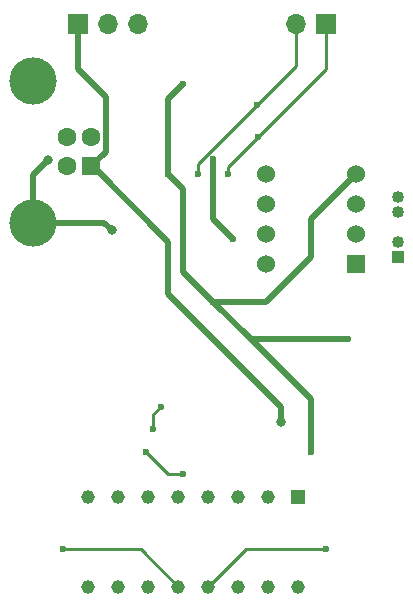
<source format=gbr>
%TF.GenerationSoftware,KiCad,Pcbnew,7.0.7*%
%TF.CreationDate,2023-12-11T18:46:51+01:00*%
%TF.ProjectId,projekt,70726f6a-656b-4742-9e6b-696361645f70,rev?*%
%TF.SameCoordinates,Original*%
%TF.FileFunction,Copper,L2,Bot*%
%TF.FilePolarity,Positive*%
%FSLAX46Y46*%
G04 Gerber Fmt 4.6, Leading zero omitted, Abs format (unit mm)*
G04 Created by KiCad (PCBNEW 7.0.7) date 2023-12-11 18:46:51*
%MOMM*%
%LPD*%
G01*
G04 APERTURE LIST*
%TA.AperFunction,ComponentPad*%
%ADD10R,1.700000X1.700000*%
%TD*%
%TA.AperFunction,ComponentPad*%
%ADD11O,1.700000X1.700000*%
%TD*%
%TA.AperFunction,ComponentPad*%
%ADD12R,1.600000X1.600000*%
%TD*%
%TA.AperFunction,ComponentPad*%
%ADD13C,1.600000*%
%TD*%
%TA.AperFunction,ComponentPad*%
%ADD14C,4.000000*%
%TD*%
%TA.AperFunction,ComponentPad*%
%ADD15R,1.016000X1.016000*%
%TD*%
%TA.AperFunction,ComponentPad*%
%ADD16C,1.016000*%
%TD*%
%TA.AperFunction,ComponentPad*%
%ADD17R,1.158000X1.158000*%
%TD*%
%TA.AperFunction,ComponentPad*%
%ADD18C,1.158000*%
%TD*%
%TA.AperFunction,ComponentPad*%
%ADD19R,1.524000X1.524000*%
%TD*%
%TA.AperFunction,ComponentPad*%
%ADD20C,1.524000*%
%TD*%
%TA.AperFunction,ViaPad*%
%ADD21C,0.600000*%
%TD*%
%TA.AperFunction,ViaPad*%
%ADD22C,0.800000*%
%TD*%
%TA.AperFunction,Conductor*%
%ADD23C,0.508000*%
%TD*%
%TA.AperFunction,Conductor*%
%ADD24C,0.245000*%
%TD*%
G04 APERTURE END LIST*
D10*
%TO.P,J3,1,Pin_1*%
%TO.N,/SCL*%
X80010000Y-29845000D03*
D11*
%TO.P,J3,2,Pin_2*%
%TO.N,/SDA*%
X77470000Y-29845000D03*
%TD*%
D10*
%TO.P,J2,1,Pin_1*%
%TO.N,+5V*%
X59055000Y-29845000D03*
D11*
%TO.P,J2,2,Pin_2*%
%TO.N,+3.3V*%
X61595000Y-29845000D03*
%TO.P,J2,3,Pin_3*%
%TO.N,GND*%
X64135000Y-29845000D03*
%TD*%
D12*
%TO.P,J1,1,VBUS*%
%TO.N,+5V*%
X60127500Y-41890000D03*
D13*
%TO.P,J1,2,D-*%
%TO.N,/D-*%
X60127500Y-39390000D03*
%TO.P,J1,3,D+*%
%TO.N,/D+*%
X58127500Y-39390000D03*
%TO.P,J1,4,GND*%
%TO.N,GND*%
X58127500Y-41890000D03*
D14*
%TO.P,J1,5,Shield*%
X55267500Y-46640000D03*
X55267500Y-34640000D03*
%TD*%
D15*
%TO.P,U3,1,A*%
%TO.N,+3.3V*%
X86110001Y-49530000D03*
D16*
%TO.P,U3,2,Cath*%
%TO.N,Net-(U3-Cath)*%
X86110001Y-48260000D03*
%TO.P,U3,3,E*%
%TO.N,Umert*%
X86110001Y-45720000D03*
%TO.P,U3,4,Coll*%
%TO.N,+3.3V*%
X86110001Y-44450000D03*
%TD*%
D17*
%TO.P,LED1,1,KA*%
%TO.N,Net-(LED1-AH)*%
X77700000Y-69850000D03*
D18*
%TO.P,LED1,2,AA*%
%TO.N,Net-(IC1-OUT1)*%
X75160000Y-69850000D03*
%TO.P,LED1,3,AB*%
%TO.N,Net-(IC1-OUT2)*%
X72620000Y-69850000D03*
%TO.P,LED1,4,KB*%
%TO.N,Net-(LED1-AG)*%
X70080000Y-69850000D03*
%TO.P,LED1,5,KC*%
%TO.N,Net-(LED1-AF)*%
X67540000Y-69850000D03*
%TO.P,LED1,6,AC*%
%TO.N,Net-(IC1-OUT3)*%
X65000000Y-69850000D03*
%TO.P,LED1,7,AD*%
%TO.N,Net-(IC1-OUT4)*%
X62460000Y-69850000D03*
%TO.P,LED1,8,KD*%
%TO.N,Net-(LED1-AE)*%
X59920000Y-69850000D03*
%TO.P,LED1,9,KE*%
%TO.N,Net-(LED1-KE)*%
X59920000Y-77470000D03*
%TO.P,LED1,10,AE*%
%TO.N,Net-(LED1-AE)*%
X62460000Y-77470000D03*
%TO.P,LED1,11,AF*%
%TO.N,Net-(LED1-AF)*%
X65000000Y-77470000D03*
%TO.P,LED1,12,KF*%
%TO.N,Net-(LED1-KF)*%
X67540000Y-77470000D03*
%TO.P,LED1,13,KG*%
%TO.N,Net-(LED1-KG)*%
X70080000Y-77470000D03*
%TO.P,LED1,14,AG*%
%TO.N,Net-(LED1-AG)*%
X72620000Y-77470000D03*
%TO.P,LED1,15,AH*%
%TO.N,Net-(LED1-AH)*%
X75160000Y-77470000D03*
%TO.P,LED1,16,KH*%
%TO.N,Net-(LED1-KH)*%
X77700000Y-77470000D03*
%TD*%
D19*
%TO.P,U8,1*%
%TO.N,Net-(IC1-IN1+)*%
X82550000Y-50165000D03*
D20*
%TO.P,U8,2,-*%
%TO.N,Net-(U8A--)*%
X82550000Y-47625000D03*
%TO.P,U8,3,+*%
%TO.N,Umert*%
X82550000Y-45085000D03*
%TO.P,U8,4,V-*%
%TO.N,GND*%
X82550000Y-42545000D03*
%TO.P,U8,5,+*%
%TO.N,Umert*%
X74930000Y-42545000D03*
%TO.P,U8,6,-*%
%TO.N,Net-(U1-VIN+)*%
X74930000Y-45085000D03*
%TO.P,U8,7*%
X74930000Y-47625000D03*
%TO.P,U8,8,V+*%
%TO.N,+3.3V*%
X74930000Y-50165000D03*
%TD*%
D21*
%TO.N,GND*%
X78740000Y-66040000D03*
X66675000Y-42545000D03*
X67945000Y-34925000D03*
%TO.N,/SCL*%
X74295000Y-39370000D03*
%TO.N,/SDA*%
X74172326Y-36707326D03*
%TO.N,+3.3V*%
X72185000Y-48055000D03*
X70485000Y-41275000D03*
%TO.N,GND*%
X67945000Y-67945000D03*
D22*
X56515000Y-41339500D03*
D21*
X67945000Y-45720000D03*
X70485000Y-53340000D03*
X64770000Y-66040000D03*
D22*
X61912500Y-47307500D03*
D21*
X81915000Y-56515000D03*
%TO.N,/SCL*%
X71755000Y-42545000D03*
%TO.N,/SDA*%
X69215000Y-42545000D03*
D22*
%TO.N,+5V*%
X76200000Y-63500000D03*
D21*
%TO.N,Net-(IC1-IN1+)*%
X66040000Y-62230000D03*
X65405000Y-64135000D03*
%TO.N,Net-(LED1-KF)*%
X57785000Y-74295000D03*
%TO.N,Net-(LED1-KG)*%
X80010000Y-74295000D03*
%TD*%
D23*
%TO.N,GND*%
X78740000Y-66040000D02*
X78740000Y-61595000D01*
X78740000Y-61595000D02*
X73660000Y-56515000D01*
X78740000Y-46355000D02*
X78740000Y-49530000D01*
X78740000Y-49530000D02*
X74930000Y-53340000D01*
X82550000Y-42545000D02*
X78740000Y-46355000D01*
X74930000Y-53340000D02*
X70485000Y-53340000D01*
X73660000Y-56515000D02*
X70485000Y-53340000D01*
X67945000Y-43815000D02*
X67945000Y-45720000D01*
X67945000Y-50800000D02*
X67945000Y-45720000D01*
X73660000Y-56515000D02*
X81915000Y-56515000D01*
X67945000Y-50800000D02*
X70485000Y-53340000D01*
%TO.N,+5V*%
X76200000Y-62230000D02*
X76200000Y-63500000D01*
X60305000Y-41890000D02*
X66675000Y-48260000D01*
X66675000Y-48260000D02*
X66675000Y-52705000D01*
X66675000Y-52705000D02*
X76200000Y-62230000D01*
X60127500Y-41890000D02*
X60305000Y-41890000D01*
%TO.N,GND*%
X66675000Y-42545000D02*
X67945000Y-43815000D01*
X66675000Y-41910000D02*
X66675000Y-42545000D01*
X66675000Y-36195000D02*
X66675000Y-41910000D01*
X67945000Y-34925000D02*
X66675000Y-36195000D01*
D24*
%TO.N,/SDA*%
X74172326Y-36707326D02*
X77470000Y-33409652D01*
X69215000Y-41664652D02*
X74172326Y-36707326D01*
%TO.N,/SCL*%
X71755000Y-41910000D02*
X74295000Y-39370000D01*
X74295000Y-39370000D02*
X80010000Y-33655000D01*
%TO.N,/SDA*%
X69215000Y-42545000D02*
X69215000Y-41664652D01*
X77470000Y-33409652D02*
X77470000Y-29845000D01*
%TO.N,/SCL*%
X80010000Y-33655000D02*
X80010000Y-29845000D01*
X71755000Y-42545000D02*
X71755000Y-41910000D01*
D23*
%TO.N,+3.3V*%
X70485000Y-46355000D02*
X72185000Y-48055000D01*
X70485000Y-41275000D02*
X70485000Y-46355000D01*
D24*
%TO.N,GND*%
X66675000Y-67945000D02*
X64770000Y-66040000D01*
X67945000Y-67945000D02*
X66675000Y-67945000D01*
D23*
X61245000Y-46640000D02*
X55267500Y-46640000D01*
X61912500Y-47307500D02*
X61245000Y-46640000D01*
X56515000Y-41339500D02*
X55267500Y-42587000D01*
X55267500Y-42587000D02*
X55267500Y-46640000D01*
%TO.N,+5V*%
X61381500Y-40636000D02*
X61381500Y-35981500D01*
X59055000Y-33655000D02*
X59055000Y-29845000D01*
X60127500Y-41890000D02*
X61381500Y-40636000D01*
X61381500Y-35981500D02*
X59055000Y-33655000D01*
D24*
%TO.N,Net-(IC1-IN1+)*%
X65405000Y-64135000D02*
X65405000Y-62865000D01*
X65405000Y-62865000D02*
X66040000Y-62230000D01*
%TO.N,Net-(LED1-KF)*%
X64365000Y-74295000D02*
X67540000Y-77470000D01*
X57785000Y-74295000D02*
X64365000Y-74295000D01*
%TO.N,Net-(LED1-KG)*%
X73255000Y-74295000D02*
X70080000Y-77470000D01*
X80010000Y-74295000D02*
X73255000Y-74295000D01*
%TD*%
M02*

</source>
